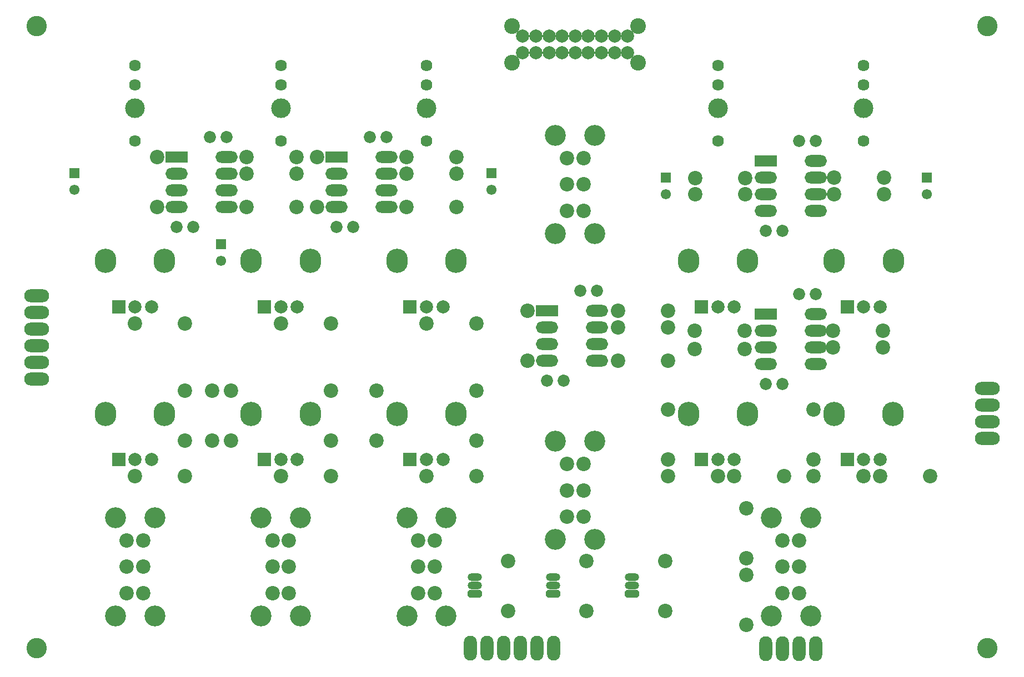
<source format=gbr>
G04 DipTrace 3.3.1.1*
G04 TopMask.gbr*
%MOMM*%
G04 #@! TF.FileFunction,Soldermask,Top*
G04 #@! TF.Part,Single*
%AMOUTLINE1*
4,1,8,
-0.79142,0.6,
-1.1,0.29142,
-1.1,-0.29142,
-0.79142,-0.6,
0.79142,-0.6,
1.1,-0.29142,
1.1,0.29142,
0.79142,0.6,
-0.79142,0.6,
0*%
%ADD23C,1.793*%
%ADD26C,2.0*%
%ADD29C,2.2*%
%ADD38C,3.0*%
%ADD39C,3.1*%
%ADD51O,2.0X3.8*%
%ADD53O,3.8X2.0*%
%ADD55O,3.3X3.7*%
%ADD57R,2.0X2.0*%
%ADD59O,3.4X1.8*%
%ADD61R,3.4X1.8*%
%ADD63C,2.4*%
%ADD65C,3.2*%
%ADD67C,2.2*%
%ADD69O,2.2X1.2*%
%ADD73C,1.55*%
%ADD75R,1.55X1.55*%
%ADD77C,1.85*%
%ADD84OUTLINE1*%
%FSLAX35Y35*%
G04*
G71*
G90*
G75*
G01*
G04 TopMask*
%LPD*%
D77*
X3894263Y9053890D3*
X4148263D3*
X6331620Y9053867D3*
X6585620D3*
X9797730Y6711240D3*
X9543730D3*
X13131523Y6661407D3*
X12877523D3*
X13131457Y8994703D3*
X12877457D3*
X3640183Y7681867D3*
X3386183D3*
X6077570Y7682017D3*
X5823570D3*
X9289867Y5338890D3*
X9035867D3*
X12623147Y5288850D3*
X12369147D3*
X12623203Y7622363D3*
X12369203D3*
D75*
X14820777Y8434040D3*
D73*
Y8184040D3*
D75*
X10841343Y8433933D3*
D73*
Y8183933D3*
D75*
X1830233Y8505570D3*
D73*
Y8255570D3*
D75*
X4062543Y7421100D3*
D73*
Y7171100D3*
D75*
X8188287Y8505570D3*
D73*
Y8255570D3*
D23*
X13861157Y8999846D3*
Y9849846D3*
Y10149846D3*
D38*
Y9499846D3*
D23*
X11638970Y8999846D3*
Y9849846D3*
Y10149846D3*
D38*
Y9499846D3*
D23*
X2750260Y8999846D3*
Y9849846D3*
Y10149846D3*
D38*
Y9499846D3*
D23*
X4972393Y8999846D3*
Y9849846D3*
Y10149846D3*
D38*
Y9499846D3*
D23*
X7194670Y8999846D3*
Y9849846D3*
Y10149846D3*
D38*
Y9499846D3*
D84*
X10329007Y2088023D3*
D69*
Y2215023D3*
Y2342023D3*
D84*
X9129093Y2088023D3*
D69*
Y2215023D3*
Y2342023D3*
D84*
X7929117Y2088023D3*
D69*
Y2215023D3*
Y2342023D3*
D67*
X14110937Y3878873D3*
D29*
X14872937D3*
D67*
X13099060Y4895033D3*
D29*
Y4133033D3*
D67*
X13098907Y3878873D3*
D29*
X13860907D3*
D67*
X13412203Y8183800D3*
D29*
X14174203D3*
D67*
X13412423Y8435157D3*
D29*
X14174423D3*
D67*
X12051450Y8430067D3*
D29*
X11289450D3*
D67*
X11289453Y8182220D3*
D29*
X12051453D3*
D67*
X11889100Y3878667D3*
D29*
X12651100D3*
D67*
X10877537Y4895007D3*
D29*
Y4133007D3*
D67*
X10877457Y3878667D3*
D29*
X11639457D3*
D67*
X13393827Y5847767D3*
D29*
X14155827D3*
D67*
X13393913Y6102243D3*
D29*
X14155913D3*
D67*
X12048423Y5817920D3*
D29*
X11286423D3*
D67*
X11286343Y6102737D3*
D29*
X12048343D3*
D67*
X3923650Y4427773D3*
D29*
Y5189773D3*
D67*
X3511707Y5189627D3*
D29*
Y4427627D3*
D67*
X2749853Y3878777D3*
D29*
X3511853D3*
D67*
X2750093Y6212550D3*
D29*
X3512093D3*
D67*
X3086413Y7986970D3*
D29*
Y8748970D3*
D67*
X5210423Y7986910D3*
D29*
X4448423D3*
D67*
X5210423Y8494667D3*
D29*
X4448423D3*
D67*
Y8749050D3*
D29*
X5210423D3*
D67*
X4210230Y4427227D3*
D29*
Y5189227D3*
D67*
X5734487Y5189647D3*
D29*
Y4427647D3*
D67*
X4972397Y3879160D3*
D29*
X5734397D3*
D67*
X4972570Y6212140D3*
D29*
X5734570D3*
D67*
X5523690Y7987063D3*
D29*
Y8749063D3*
D67*
X7647780Y7987857D3*
D29*
X6885780D3*
D67*
X7647780Y8495820D3*
D29*
X6885780D3*
D67*
Y8749350D3*
D29*
X7647780D3*
D67*
X6433097Y4427807D3*
D29*
Y5189807D3*
D67*
X7956423Y5188770D3*
D29*
Y4426770D3*
D67*
X7195043Y3879007D3*
D29*
X7957043D3*
D67*
X7194780Y6212370D3*
D29*
X7956780D3*
D67*
X8735713Y5644097D3*
D29*
Y6406097D3*
D67*
X10880083Y5643947D3*
D29*
X10118083D3*
D67*
X10880083Y6152143D3*
D29*
X10118083D3*
D67*
Y6406200D3*
D29*
X10880083D3*
D67*
X10837197Y2590420D3*
D29*
Y1828420D3*
D67*
X9637250Y2590420D3*
D29*
Y1828420D3*
D67*
X8437400Y2590420D3*
D29*
Y1828420D3*
D67*
X12068760Y1615480D3*
D29*
Y2377480D3*
D67*
Y3388433D3*
D29*
Y2626433D3*
X2625480Y2100380D3*
Y2500380D3*
Y2900380D3*
X2875480Y2100380D3*
Y2500380D3*
Y2900380D3*
D65*
X2450480Y1750380D3*
Y3250380D3*
X3050480D3*
Y1750380D3*
D29*
X4847377Y2100380D3*
Y2500380D3*
Y2900380D3*
X5097377Y2100380D3*
Y2500380D3*
Y2900380D3*
D65*
X4672377Y1750380D3*
Y3250380D3*
X5272377D3*
Y1750380D3*
D29*
X7069480Y2100380D3*
Y2500380D3*
Y2900380D3*
X7319480Y2100380D3*
Y2500380D3*
Y2900380D3*
D65*
X6894480Y1750380D3*
Y3250380D3*
X7494480D3*
Y1750380D3*
D29*
X9337297Y7933743D3*
Y8333743D3*
Y8733743D3*
X9587297Y7933743D3*
Y8333743D3*
Y8733743D3*
D65*
X9162297Y7583743D3*
Y9083743D3*
X9762297D3*
Y7583743D3*
D29*
X9337297Y3266633D3*
Y3666633D3*
Y4066633D3*
X9587297Y3266633D3*
Y3666633D3*
Y4066633D3*
D65*
X9162297Y2916633D3*
Y4416633D3*
X9762297D3*
Y2916633D3*
D29*
X12624553Y2100380D3*
Y2500380D3*
Y2900380D3*
X12874553Y2100380D3*
Y2500380D3*
Y2900380D3*
D65*
X12449553Y1750380D3*
Y3250380D3*
X13049553D3*
Y1750380D3*
D26*
X10262157Y10342540D3*
X10062157D3*
X9862157D3*
X9662157D3*
X9462057D3*
X9262157D3*
X9062157D3*
X8862157D3*
X10262157Y10592857D3*
X10062260D3*
X9861987D3*
X9662023D3*
X9462057Y10592860D3*
X9262157D3*
X9062157D3*
X8862157D3*
D63*
X10422197Y10187810D3*
X10422157Y10747540D3*
X8502157D3*
Y10187540D3*
D26*
X8661573Y10342560D3*
Y10592877D3*
D61*
X3386610Y8749013D3*
D59*
Y8495013D3*
Y8241013D3*
Y7987013D3*
X4148610D3*
Y8241013D3*
Y8495013D3*
Y8749013D3*
D61*
X5823363Y8749233D3*
D59*
Y8495233D3*
Y8241233D3*
Y7987233D3*
X6585363D3*
Y8241233D3*
Y8495233D3*
Y8749233D3*
D61*
X9035940Y6406043D3*
D59*
Y6152043D3*
Y5898043D3*
Y5644043D3*
X9797940D3*
Y5898043D3*
Y6152043D3*
Y6406043D3*
D61*
X12369587Y6356303D3*
D59*
Y6102303D3*
Y5848303D3*
Y5594303D3*
X13131587D3*
Y5848303D3*
Y6102303D3*
Y6356303D3*
D61*
X12369463Y8689597D3*
D59*
Y8435597D3*
Y8181597D3*
Y7927597D3*
X13131463D3*
Y8181597D3*
Y8435597D3*
Y8689597D3*
D57*
X11389387Y4132923D3*
D55*
X11189387Y4832923D3*
D26*
X11639387Y4132923D3*
D55*
X12089387Y4832923D3*
D26*
X11889387Y4132923D3*
D57*
X13610847D3*
D55*
X13410847Y4832923D3*
D26*
X13860847Y4132923D3*
D55*
X14310847Y4832923D3*
D26*
X14110847Y4132923D3*
D57*
X2500100D3*
D55*
X2300100Y4832923D3*
D26*
X2750100Y4132923D3*
D55*
X3200100Y4832923D3*
D26*
X3000100Y4132923D3*
D57*
X4722310D3*
D55*
X4522310Y4832923D3*
D26*
X4972310Y4132923D3*
D55*
X5422310Y4832923D3*
D26*
X5222310Y4132923D3*
D57*
X6944747D3*
D55*
X6744747Y4832923D3*
D26*
X7194747Y4132923D3*
D55*
X7644747Y4832923D3*
D26*
X7444747Y4132923D3*
D57*
X13611010Y6466337D3*
D55*
X13411010Y7166337D3*
D26*
X13861010Y6466337D3*
D55*
X14311010Y7166337D3*
D26*
X14111010Y6466337D3*
D57*
X11389250D3*
D55*
X11189250Y7166337D3*
D26*
X11639250Y6466337D3*
D55*
X12089250Y7166337D3*
D26*
X11889250Y6466337D3*
D57*
X2500180D3*
D55*
X2300180Y7166337D3*
D26*
X2750180Y6466337D3*
D55*
X3200180Y7166337D3*
D26*
X3000180Y6466337D3*
D57*
X4722470D3*
D55*
X4522470Y7166337D3*
D26*
X4972470Y6466337D3*
D55*
X5422470Y7166337D3*
D26*
X5222470Y6466337D3*
D57*
X6944710D3*
D55*
X6744710Y7166337D3*
D26*
X7194710Y6466337D3*
D55*
X7644710Y7166337D3*
D26*
X7444710Y6466337D3*
D53*
X1254187Y5873220D3*
Y6127220D3*
Y6381220D3*
Y6635220D3*
Y5619220D3*
Y5365220D3*
D51*
X8626793Y1253783D3*
X8372793D3*
X8118793D3*
X7864793D3*
X8880793D3*
X9134793D3*
X13130533Y1253713D3*
X12876533D3*
X12622533D3*
X12368533D3*
D53*
X15746247Y4456030D3*
Y4710030D3*
Y4964030D3*
Y5218030D3*
D39*
X1254000Y10746000D3*
Y1254000D3*
X15746000D3*
Y10746000D3*
M02*

</source>
